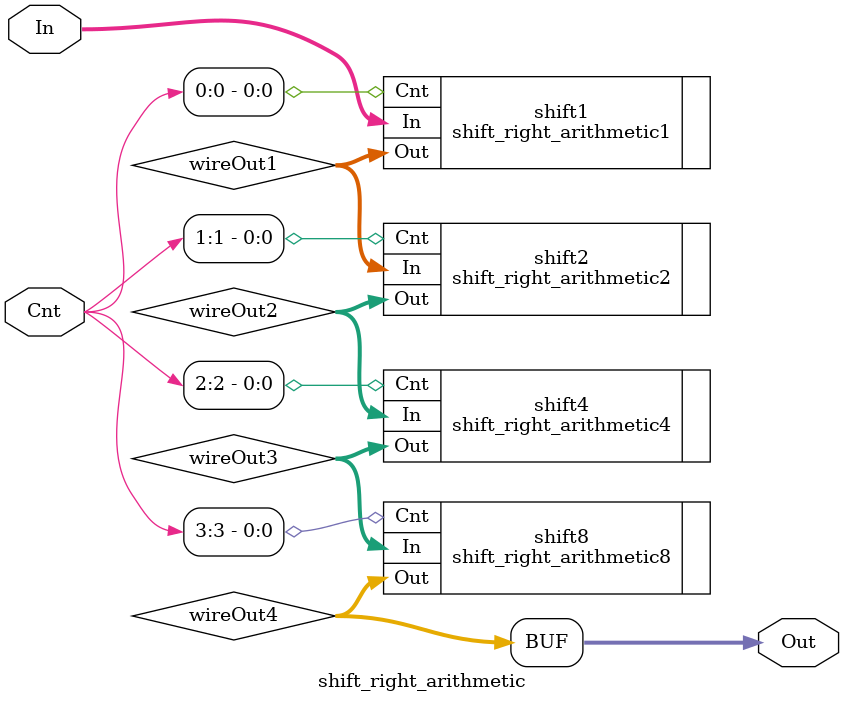
<source format=v>
module shift_right_arithmetic(In, Cnt, Out);
    input [15:0] In;
    input [3:0] Cnt;
    output [15:0] Out;

    wire [15:0]wireOut1;        
    wire [15:0]wireOut2;
    wire [15:0]wireOut3;
    wire [15:0]wireOut4;

    //Shift right 1
    shift_right_arithmetic1 shift1(.In(In), .Cnt(Cnt[0]), .Out(wireOut1));
    //Shift right 2
    shift_right_arithmetic2 shift2(.In(wireOut1), .Cnt(Cnt[1]), .Out(wireOut2));
    //Shift right 4
    shift_right_arithmetic4 shift4(.In(wireOut2), .Cnt(Cnt[2]), .Out(wireOut3));
    //Shift right 8
    shift_right_arithmetic8 shift8(.In(wireOut3), .Cnt(Cnt[3]), .Out(wireOut4));
    
    assign Out[15:0] = wireOut4[15:0];
endmodule

</source>
